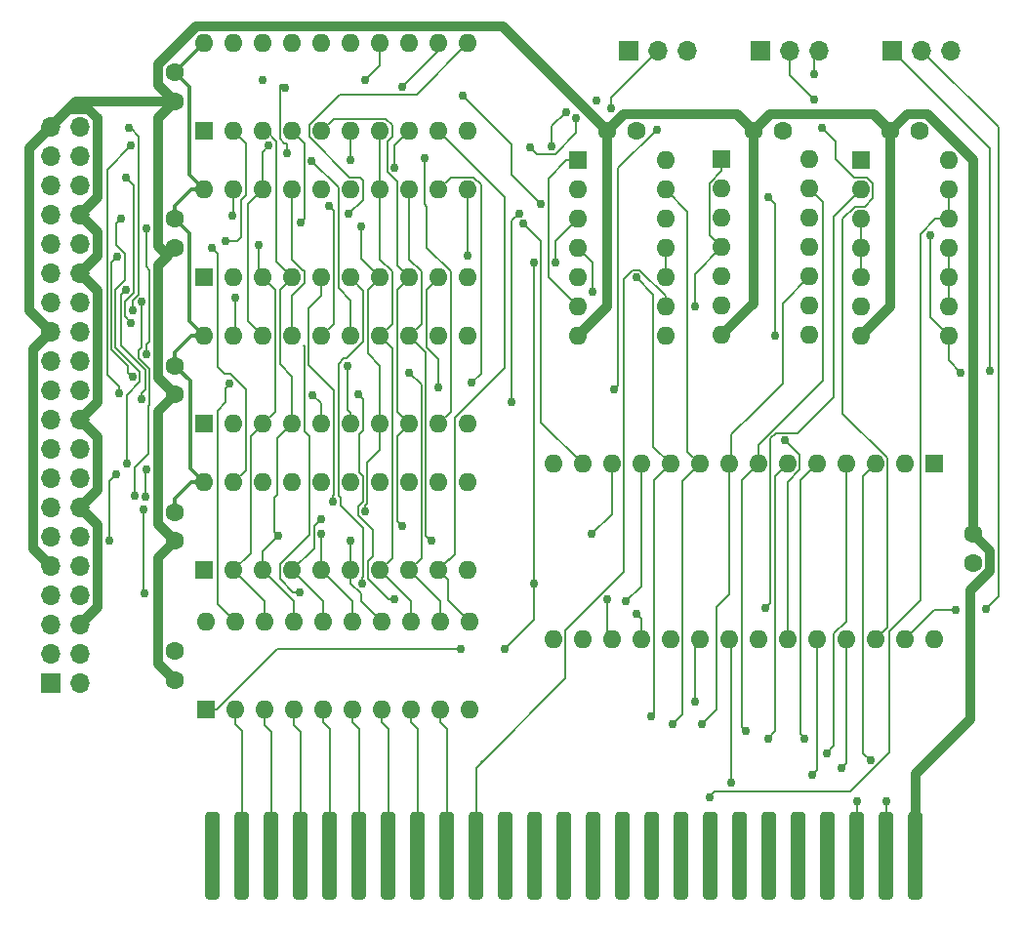
<source format=gbr>
G04 #@! TF.GenerationSoftware,KiCad,Pcbnew,(5.1.9-0-10_14)*
G04 #@! TF.CreationDate,2021-03-12T10:10:12-05:00*
G04 #@! TF.ProjectId,Apple2IORPi,4170706c-6532-4494-9f52-50692e6b6963,0.4*
G04 #@! TF.SameCoordinates,Original*
G04 #@! TF.FileFunction,Copper,L2,Bot*
G04 #@! TF.FilePolarity,Positive*
%FSLAX46Y46*%
G04 Gerber Fmt 4.6, Leading zero omitted, Abs format (unit mm)*
G04 Created by KiCad (PCBNEW (5.1.9-0-10_14)) date 2021-03-12 10:10:12*
%MOMM*%
%LPD*%
G01*
G04 APERTURE LIST*
G04 #@! TA.AperFunction,ComponentPad*
%ADD10O,1.600000X1.600000*%
G04 #@! TD*
G04 #@! TA.AperFunction,ComponentPad*
%ADD11R,1.600000X1.600000*%
G04 #@! TD*
G04 #@! TA.AperFunction,ComponentPad*
%ADD12C,1.600000*%
G04 #@! TD*
G04 #@! TA.AperFunction,ComponentPad*
%ADD13R,1.700000X1.700000*%
G04 #@! TD*
G04 #@! TA.AperFunction,ComponentPad*
%ADD14O,1.700000X1.700000*%
G04 #@! TD*
G04 #@! TA.AperFunction,ViaPad*
%ADD15C,0.762000*%
G04 #@! TD*
G04 #@! TA.AperFunction,Conductor*
%ADD16C,0.177800*%
G04 #@! TD*
G04 #@! TA.AperFunction,Conductor*
%ADD17C,0.812800*%
G04 #@! TD*
G04 #@! TA.AperFunction,Conductor*
%ADD18C,0.355600*%
G04 #@! TD*
G04 APERTURE END LIST*
D10*
X176326800Y-55168800D03*
X168706800Y-70408800D03*
X176326800Y-57708800D03*
X168706800Y-67868800D03*
X176326800Y-60248800D03*
X168706800Y-65328800D03*
X176326800Y-62788800D03*
X168706800Y-62788800D03*
X176326800Y-65328800D03*
X168706800Y-60248800D03*
X176326800Y-67868800D03*
X168706800Y-57708800D03*
X176326800Y-70408800D03*
D11*
X168706800Y-55168800D03*
X180771800Y-55245000D03*
D10*
X188391800Y-70485000D03*
X180771800Y-57785000D03*
X188391800Y-67945000D03*
X180771800Y-60325000D03*
X188391800Y-65405000D03*
X180771800Y-62865000D03*
X188391800Y-62865000D03*
X180771800Y-65405000D03*
X188391800Y-60325000D03*
X180771800Y-67945000D03*
X188391800Y-57785000D03*
X180771800Y-70485000D03*
X188391800Y-55245000D03*
X163830000Y-55245000D03*
X156210000Y-70485000D03*
X163830000Y-57785000D03*
X156210000Y-67945000D03*
X163830000Y-60325000D03*
X156210000Y-65405000D03*
X163830000Y-62865000D03*
X156210000Y-62865000D03*
X163830000Y-65405000D03*
X156210000Y-60325000D03*
X163830000Y-67945000D03*
X156210000Y-57785000D03*
X163830000Y-70485000D03*
D11*
X156210000Y-55245000D03*
D12*
X121285000Y-85765000D03*
X121285000Y-88265000D03*
X121285000Y-100330000D03*
X121285000Y-97830000D03*
X121285000Y-75565000D03*
X121285000Y-73065000D03*
X158790000Y-52705000D03*
X161290000Y-52705000D03*
X173990000Y-52705000D03*
X171490000Y-52705000D03*
X185851800Y-52705000D03*
X183351800Y-52705000D03*
X190500000Y-90170000D03*
X190500000Y-87670000D03*
D11*
X123825000Y-65405000D03*
D10*
X146685000Y-57785000D03*
X126365000Y-65405000D03*
X144145000Y-57785000D03*
X128905000Y-65405000D03*
X141605000Y-57785000D03*
X131445000Y-65405000D03*
X139065000Y-57785000D03*
X133985000Y-65405000D03*
X136525000Y-57785000D03*
X136525000Y-65405000D03*
X133985000Y-57785000D03*
X139065000Y-65405000D03*
X131445000Y-57785000D03*
X141605000Y-65405000D03*
X128905000Y-57785000D03*
X144145000Y-65405000D03*
X126365000Y-57785000D03*
X146685000Y-65405000D03*
X123825000Y-57785000D03*
D12*
X121285000Y-60325000D03*
X121285000Y-62825000D03*
D11*
X123825000Y-78105000D03*
D10*
X146685000Y-70485000D03*
X126365000Y-78105000D03*
X144145000Y-70485000D03*
X128905000Y-78105000D03*
X141605000Y-70485000D03*
X131445000Y-78105000D03*
X139065000Y-70485000D03*
X133985000Y-78105000D03*
X136525000Y-70485000D03*
X136525000Y-78105000D03*
X133985000Y-70485000D03*
X139065000Y-78105000D03*
X131445000Y-70485000D03*
X141605000Y-78105000D03*
X128905000Y-70485000D03*
X144145000Y-78105000D03*
X126365000Y-70485000D03*
X146685000Y-78105000D03*
X123825000Y-70485000D03*
D13*
X110490000Y-100584000D03*
D14*
X113030000Y-100584000D03*
X110490000Y-98044000D03*
X113030000Y-98044000D03*
X110490000Y-95504000D03*
X113030000Y-95504000D03*
X110490000Y-92964000D03*
X113030000Y-92964000D03*
X110490000Y-90424000D03*
X113030000Y-90424000D03*
X110490000Y-87884000D03*
X113030000Y-87884000D03*
X110490000Y-85344000D03*
X113030000Y-85344000D03*
X110490000Y-82804000D03*
X113030000Y-82804000D03*
X110490000Y-80264000D03*
X113030000Y-80264000D03*
X110490000Y-77724000D03*
X113030000Y-77724000D03*
X110490000Y-75184000D03*
X113030000Y-75184000D03*
X110490000Y-72644000D03*
X113030000Y-72644000D03*
X110490000Y-70104000D03*
X113030000Y-70104000D03*
X110490000Y-67564000D03*
X113030000Y-67564000D03*
X110490000Y-65024000D03*
X113030000Y-65024000D03*
X110490000Y-62484000D03*
X113030000Y-62484000D03*
X110490000Y-59944000D03*
X113030000Y-59944000D03*
X110490000Y-57404000D03*
X113030000Y-57404000D03*
X110490000Y-54864000D03*
X113030000Y-54864000D03*
X110490000Y-52324000D03*
X113030000Y-52324000D03*
D10*
X123825000Y-45085000D03*
X146685000Y-52705000D03*
X126365000Y-45085000D03*
X144145000Y-52705000D03*
X128905000Y-45085000D03*
X141605000Y-52705000D03*
X131445000Y-45085000D03*
X139065000Y-52705000D03*
X133985000Y-45085000D03*
X136525000Y-52705000D03*
X136525000Y-45085000D03*
X133985000Y-52705000D03*
X139065000Y-45085000D03*
X131445000Y-52705000D03*
X141605000Y-45085000D03*
X128905000Y-52705000D03*
X144145000Y-45085000D03*
X126365000Y-52705000D03*
X146685000Y-45085000D03*
D11*
X123825000Y-52705000D03*
X187101925Y-81586962D03*
D10*
X154081925Y-96826962D03*
X184561925Y-81586962D03*
X156621925Y-96826962D03*
X182021925Y-81586962D03*
X159161925Y-96826962D03*
X179481925Y-81586962D03*
X161701925Y-96826962D03*
X176941925Y-81586962D03*
X164241925Y-96826962D03*
X174401925Y-81586962D03*
X166781925Y-96826962D03*
X171861925Y-81586962D03*
X169321925Y-96826962D03*
X169321925Y-81586962D03*
X171861925Y-96826962D03*
X166781925Y-81586962D03*
X174401925Y-96826962D03*
X164241925Y-81586962D03*
X176941925Y-96826962D03*
X161701925Y-81586962D03*
X179481925Y-96826962D03*
X159161925Y-81586962D03*
X182021925Y-96826962D03*
X156621925Y-81586962D03*
X184561925Y-96826962D03*
X154081925Y-81586962D03*
X187101925Y-96826962D03*
G04 #@! TA.AperFunction,ConnectorPad*
G36*
G01*
X123900001Y-119062500D02*
X123900001Y-112077500D01*
G75*
G02*
X124217501Y-111760000I317500J0D01*
G01*
X124852501Y-111760000D01*
G75*
G02*
X125170001Y-112077500I0J-317500D01*
G01*
X125170001Y-119062500D01*
G75*
G02*
X124852501Y-119380000I-317500J0D01*
G01*
X124217501Y-119380000D01*
G75*
G02*
X123900001Y-119062500I0J317500D01*
G01*
G37*
G04 #@! TD.AperFunction*
G04 #@! TA.AperFunction,ConnectorPad*
G36*
G01*
X126440001Y-119062500D02*
X126440001Y-112077500D01*
G75*
G02*
X126757501Y-111760000I317500J0D01*
G01*
X127392501Y-111760000D01*
G75*
G02*
X127710001Y-112077500I0J-317500D01*
G01*
X127710001Y-119062500D01*
G75*
G02*
X127392501Y-119380000I-317500J0D01*
G01*
X126757501Y-119380000D01*
G75*
G02*
X126440001Y-119062500I0J317500D01*
G01*
G37*
G04 #@! TD.AperFunction*
G04 #@! TA.AperFunction,ConnectorPad*
G36*
G01*
X128980001Y-119062500D02*
X128980001Y-112077500D01*
G75*
G02*
X129297501Y-111760000I317500J0D01*
G01*
X129932501Y-111760000D01*
G75*
G02*
X130250001Y-112077500I0J-317500D01*
G01*
X130250001Y-119062500D01*
G75*
G02*
X129932501Y-119380000I-317500J0D01*
G01*
X129297501Y-119380000D01*
G75*
G02*
X128980001Y-119062500I0J317500D01*
G01*
G37*
G04 #@! TD.AperFunction*
G04 #@! TA.AperFunction,ConnectorPad*
G36*
G01*
X131520001Y-119062500D02*
X131520001Y-112077500D01*
G75*
G02*
X131837501Y-111760000I317500J0D01*
G01*
X132472501Y-111760000D01*
G75*
G02*
X132790001Y-112077500I0J-317500D01*
G01*
X132790001Y-119062500D01*
G75*
G02*
X132472501Y-119380000I-317500J0D01*
G01*
X131837501Y-119380000D01*
G75*
G02*
X131520001Y-119062500I0J317500D01*
G01*
G37*
G04 #@! TD.AperFunction*
G04 #@! TA.AperFunction,ConnectorPad*
G36*
G01*
X134060001Y-119062500D02*
X134060001Y-112077500D01*
G75*
G02*
X134377501Y-111760000I317500J0D01*
G01*
X135012501Y-111760000D01*
G75*
G02*
X135330001Y-112077500I0J-317500D01*
G01*
X135330001Y-119062500D01*
G75*
G02*
X135012501Y-119380000I-317500J0D01*
G01*
X134377501Y-119380000D01*
G75*
G02*
X134060001Y-119062500I0J317500D01*
G01*
G37*
G04 #@! TD.AperFunction*
G04 #@! TA.AperFunction,ConnectorPad*
G36*
G01*
X136600001Y-119062500D02*
X136600001Y-112077500D01*
G75*
G02*
X136917501Y-111760000I317500J0D01*
G01*
X137552501Y-111760000D01*
G75*
G02*
X137870001Y-112077500I0J-317500D01*
G01*
X137870001Y-119062500D01*
G75*
G02*
X137552501Y-119380000I-317500J0D01*
G01*
X136917501Y-119380000D01*
G75*
G02*
X136600001Y-119062500I0J317500D01*
G01*
G37*
G04 #@! TD.AperFunction*
G04 #@! TA.AperFunction,ConnectorPad*
G36*
G01*
X139140001Y-119062500D02*
X139140001Y-112077500D01*
G75*
G02*
X139457501Y-111760000I317500J0D01*
G01*
X140092501Y-111760000D01*
G75*
G02*
X140410001Y-112077500I0J-317500D01*
G01*
X140410001Y-119062500D01*
G75*
G02*
X140092501Y-119380000I-317500J0D01*
G01*
X139457501Y-119380000D01*
G75*
G02*
X139140001Y-119062500I0J317500D01*
G01*
G37*
G04 #@! TD.AperFunction*
G04 #@! TA.AperFunction,ConnectorPad*
G36*
G01*
X141680001Y-119062500D02*
X141680001Y-112077500D01*
G75*
G02*
X141997501Y-111760000I317500J0D01*
G01*
X142632501Y-111760000D01*
G75*
G02*
X142950001Y-112077500I0J-317500D01*
G01*
X142950001Y-119062500D01*
G75*
G02*
X142632501Y-119380000I-317500J0D01*
G01*
X141997501Y-119380000D01*
G75*
G02*
X141680001Y-119062500I0J317500D01*
G01*
G37*
G04 #@! TD.AperFunction*
G04 #@! TA.AperFunction,ConnectorPad*
G36*
G01*
X144220001Y-119062500D02*
X144220001Y-112077500D01*
G75*
G02*
X144537501Y-111760000I317500J0D01*
G01*
X145172501Y-111760000D01*
G75*
G02*
X145490001Y-112077500I0J-317500D01*
G01*
X145490001Y-119062500D01*
G75*
G02*
X145172501Y-119380000I-317500J0D01*
G01*
X144537501Y-119380000D01*
G75*
G02*
X144220001Y-119062500I0J317500D01*
G01*
G37*
G04 #@! TD.AperFunction*
G04 #@! TA.AperFunction,ConnectorPad*
G36*
G01*
X146760001Y-119062500D02*
X146760001Y-112077500D01*
G75*
G02*
X147077501Y-111760000I317500J0D01*
G01*
X147712501Y-111760000D01*
G75*
G02*
X148030001Y-112077500I0J-317500D01*
G01*
X148030001Y-119062500D01*
G75*
G02*
X147712501Y-119380000I-317500J0D01*
G01*
X147077501Y-119380000D01*
G75*
G02*
X146760001Y-119062500I0J317500D01*
G01*
G37*
G04 #@! TD.AperFunction*
G04 #@! TA.AperFunction,ConnectorPad*
G36*
G01*
X149300001Y-119062500D02*
X149300001Y-112077500D01*
G75*
G02*
X149617501Y-111760000I317500J0D01*
G01*
X150252501Y-111760000D01*
G75*
G02*
X150570001Y-112077500I0J-317500D01*
G01*
X150570001Y-119062500D01*
G75*
G02*
X150252501Y-119380000I-317500J0D01*
G01*
X149617501Y-119380000D01*
G75*
G02*
X149300001Y-119062500I0J317500D01*
G01*
G37*
G04 #@! TD.AperFunction*
G04 #@! TA.AperFunction,ConnectorPad*
G36*
G01*
X151840001Y-119062500D02*
X151840001Y-112077500D01*
G75*
G02*
X152157501Y-111760000I317500J0D01*
G01*
X152792501Y-111760000D01*
G75*
G02*
X153110001Y-112077500I0J-317500D01*
G01*
X153110001Y-119062500D01*
G75*
G02*
X152792501Y-119380000I-317500J0D01*
G01*
X152157501Y-119380000D01*
G75*
G02*
X151840001Y-119062500I0J317500D01*
G01*
G37*
G04 #@! TD.AperFunction*
G04 #@! TA.AperFunction,ConnectorPad*
G36*
G01*
X156920001Y-119062500D02*
X156920001Y-112077500D01*
G75*
G02*
X157237501Y-111760000I317500J0D01*
G01*
X157872501Y-111760000D01*
G75*
G02*
X158190001Y-112077500I0J-317500D01*
G01*
X158190001Y-119062500D01*
G75*
G02*
X157872501Y-119380000I-317500J0D01*
G01*
X157237501Y-119380000D01*
G75*
G02*
X156920001Y-119062500I0J317500D01*
G01*
G37*
G04 #@! TD.AperFunction*
G04 #@! TA.AperFunction,ConnectorPad*
G36*
G01*
X154380001Y-119062500D02*
X154380001Y-112077500D01*
G75*
G02*
X154697501Y-111760000I317500J0D01*
G01*
X155332501Y-111760000D01*
G75*
G02*
X155650001Y-112077500I0J-317500D01*
G01*
X155650001Y-119062500D01*
G75*
G02*
X155332501Y-119380000I-317500J0D01*
G01*
X154697501Y-119380000D01*
G75*
G02*
X154380001Y-119062500I0J317500D01*
G01*
G37*
G04 #@! TD.AperFunction*
G04 #@! TA.AperFunction,ConnectorPad*
G36*
G01*
X159460001Y-119062500D02*
X159460001Y-112077500D01*
G75*
G02*
X159777501Y-111760000I317500J0D01*
G01*
X160412501Y-111760000D01*
G75*
G02*
X160730001Y-112077500I0J-317500D01*
G01*
X160730001Y-119062500D01*
G75*
G02*
X160412501Y-119380000I-317500J0D01*
G01*
X159777501Y-119380000D01*
G75*
G02*
X159460001Y-119062500I0J317500D01*
G01*
G37*
G04 #@! TD.AperFunction*
G04 #@! TA.AperFunction,ConnectorPad*
G36*
G01*
X162000001Y-119062500D02*
X162000001Y-112077500D01*
G75*
G02*
X162317501Y-111760000I317500J0D01*
G01*
X162952501Y-111760000D01*
G75*
G02*
X163270001Y-112077500I0J-317500D01*
G01*
X163270001Y-119062500D01*
G75*
G02*
X162952501Y-119380000I-317500J0D01*
G01*
X162317501Y-119380000D01*
G75*
G02*
X162000001Y-119062500I0J317500D01*
G01*
G37*
G04 #@! TD.AperFunction*
G04 #@! TA.AperFunction,ConnectorPad*
G36*
G01*
X164540001Y-119062500D02*
X164540001Y-112077500D01*
G75*
G02*
X164857501Y-111760000I317500J0D01*
G01*
X165492501Y-111760000D01*
G75*
G02*
X165810001Y-112077500I0J-317500D01*
G01*
X165810001Y-119062500D01*
G75*
G02*
X165492501Y-119380000I-317500J0D01*
G01*
X164857501Y-119380000D01*
G75*
G02*
X164540001Y-119062500I0J317500D01*
G01*
G37*
G04 #@! TD.AperFunction*
G04 #@! TA.AperFunction,ConnectorPad*
G36*
G01*
X167080001Y-119062500D02*
X167080001Y-112077500D01*
G75*
G02*
X167397501Y-111760000I317500J0D01*
G01*
X168032501Y-111760000D01*
G75*
G02*
X168350001Y-112077500I0J-317500D01*
G01*
X168350001Y-119062500D01*
G75*
G02*
X168032501Y-119380000I-317500J0D01*
G01*
X167397501Y-119380000D01*
G75*
G02*
X167080001Y-119062500I0J317500D01*
G01*
G37*
G04 #@! TD.AperFunction*
G04 #@! TA.AperFunction,ConnectorPad*
G36*
G01*
X169620001Y-119062500D02*
X169620001Y-112077500D01*
G75*
G02*
X169937501Y-111760000I317500J0D01*
G01*
X170572501Y-111760000D01*
G75*
G02*
X170890001Y-112077500I0J-317500D01*
G01*
X170890001Y-119062500D01*
G75*
G02*
X170572501Y-119380000I-317500J0D01*
G01*
X169937501Y-119380000D01*
G75*
G02*
X169620001Y-119062500I0J317500D01*
G01*
G37*
G04 #@! TD.AperFunction*
G04 #@! TA.AperFunction,ConnectorPad*
G36*
G01*
X172160001Y-119062500D02*
X172160001Y-112077500D01*
G75*
G02*
X172477501Y-111760000I317500J0D01*
G01*
X173112501Y-111760000D01*
G75*
G02*
X173430001Y-112077500I0J-317500D01*
G01*
X173430001Y-119062500D01*
G75*
G02*
X173112501Y-119380000I-317500J0D01*
G01*
X172477501Y-119380000D01*
G75*
G02*
X172160001Y-119062500I0J317500D01*
G01*
G37*
G04 #@! TD.AperFunction*
G04 #@! TA.AperFunction,ConnectorPad*
G36*
G01*
X174700001Y-119062500D02*
X174700001Y-112077500D01*
G75*
G02*
X175017501Y-111760000I317500J0D01*
G01*
X175652501Y-111760000D01*
G75*
G02*
X175970001Y-112077500I0J-317500D01*
G01*
X175970001Y-119062500D01*
G75*
G02*
X175652501Y-119380000I-317500J0D01*
G01*
X175017501Y-119380000D01*
G75*
G02*
X174700001Y-119062500I0J317500D01*
G01*
G37*
G04 #@! TD.AperFunction*
G04 #@! TA.AperFunction,ConnectorPad*
G36*
G01*
X177240001Y-119062500D02*
X177240001Y-112077500D01*
G75*
G02*
X177557501Y-111760000I317500J0D01*
G01*
X178192501Y-111760000D01*
G75*
G02*
X178510001Y-112077500I0J-317500D01*
G01*
X178510001Y-119062500D01*
G75*
G02*
X178192501Y-119380000I-317500J0D01*
G01*
X177557501Y-119380000D01*
G75*
G02*
X177240001Y-119062500I0J317500D01*
G01*
G37*
G04 #@! TD.AperFunction*
G04 #@! TA.AperFunction,ConnectorPad*
G36*
G01*
X179780001Y-119062500D02*
X179780001Y-112077500D01*
G75*
G02*
X180097501Y-111760000I317500J0D01*
G01*
X180732501Y-111760000D01*
G75*
G02*
X181050001Y-112077500I0J-317500D01*
G01*
X181050001Y-119062500D01*
G75*
G02*
X180732501Y-119380000I-317500J0D01*
G01*
X180097501Y-119380000D01*
G75*
G02*
X179780001Y-119062500I0J317500D01*
G01*
G37*
G04 #@! TD.AperFunction*
G04 #@! TA.AperFunction,ConnectorPad*
G36*
G01*
X182320001Y-119062500D02*
X182320001Y-112077500D01*
G75*
G02*
X182637501Y-111760000I317500J0D01*
G01*
X183272501Y-111760000D01*
G75*
G02*
X183590001Y-112077500I0J-317500D01*
G01*
X183590001Y-119062500D01*
G75*
G02*
X183272501Y-119380000I-317500J0D01*
G01*
X182637501Y-119380000D01*
G75*
G02*
X182320001Y-119062500I0J317500D01*
G01*
G37*
G04 #@! TD.AperFunction*
G04 #@! TA.AperFunction,ConnectorPad*
G36*
G01*
X184860001Y-119062500D02*
X184860001Y-112077500D01*
G75*
G02*
X185177501Y-111760000I317500J0D01*
G01*
X185812501Y-111760000D01*
G75*
G02*
X186130001Y-112077500I0J-317500D01*
G01*
X186130001Y-119062500D01*
G75*
G02*
X185812501Y-119380000I-317500J0D01*
G01*
X185177501Y-119380000D01*
G75*
G02*
X184860001Y-119062500I0J317500D01*
G01*
G37*
G04 #@! TD.AperFunction*
D11*
X123952000Y-102870000D03*
D10*
X146812000Y-95250000D03*
X126492000Y-102870000D03*
X144272000Y-95250000D03*
X129032000Y-102870000D03*
X141732000Y-95250000D03*
X131572000Y-102870000D03*
X139192000Y-95250000D03*
X134112000Y-102870000D03*
X136652000Y-95250000D03*
X136652000Y-102870000D03*
X134112000Y-95250000D03*
X139192000Y-102870000D03*
X131572000Y-95250000D03*
X141732000Y-102870000D03*
X129032000Y-95250000D03*
X144272000Y-102870000D03*
X126492000Y-95250000D03*
X146812000Y-102870000D03*
X123952000Y-95250000D03*
X123825000Y-83185000D03*
X146685000Y-90805000D03*
X126365000Y-83185000D03*
X144145000Y-90805000D03*
X128905000Y-83185000D03*
X141605000Y-90805000D03*
X131445000Y-83185000D03*
X139065000Y-90805000D03*
X133985000Y-83185000D03*
X136525000Y-90805000D03*
X136525000Y-83185000D03*
X133985000Y-90805000D03*
X139065000Y-83185000D03*
X131445000Y-90805000D03*
X141605000Y-83185000D03*
X128905000Y-90805000D03*
X144145000Y-83185000D03*
X126365000Y-90805000D03*
X146685000Y-83185000D03*
D11*
X123825000Y-90805000D03*
D12*
X121285000Y-50125000D03*
X121285000Y-47625000D03*
D13*
X160655000Y-45720000D03*
D14*
X163195000Y-45720000D03*
X165735000Y-45720000D03*
X177165000Y-45720000D03*
X174625000Y-45720000D03*
D13*
X172085000Y-45720000D03*
X183515000Y-45720000D03*
D14*
X186055000Y-45720000D03*
X188595000Y-45720000D03*
D15*
X140970000Y-86995000D03*
X133985000Y-87630000D03*
X136525000Y-55245000D03*
X143510000Y-88265000D03*
X136525000Y-88265000D03*
X181610000Y-107315000D03*
X158750000Y-93345000D03*
X177800000Y-106654599D03*
X161290000Y-94602300D03*
X141605000Y-73660000D03*
X140335000Y-55892700D03*
X175895000Y-105410000D03*
X129438400Y-53988593D03*
X172720000Y-105397300D03*
X166370000Y-102235000D03*
X172466000Y-94107000D03*
X170815000Y-104749600D03*
X169557700Y-109220000D03*
X167005000Y-104140000D03*
X164465000Y-104140000D03*
X162560000Y-103505000D03*
X161290000Y-65405000D03*
X176530000Y-108585000D03*
X160401000Y-93497400D03*
X125649727Y-62204599D03*
X128524000Y-62547500D03*
X179070000Y-107950000D03*
X157454600Y-87680800D03*
X130276600Y-87833200D03*
X137795000Y-85725000D03*
X133985000Y-86360000D03*
X132156200Y-60629800D03*
X151485600Y-60706000D03*
X137414000Y-60947300D03*
X167640000Y-110490000D03*
X180415001Y-110871000D03*
X182955001Y-110871000D03*
X118592600Y-85547200D03*
X118618000Y-92837000D03*
X140335000Y-93345000D03*
X144145000Y-74930000D03*
X137160000Y-75565000D03*
X137509508Y-92004891D03*
X116205000Y-82448400D03*
X115581801Y-88265000D03*
X134975600Y-84886800D03*
X118719600Y-84429600D03*
X118783199Y-82016600D03*
X117779800Y-84378800D03*
X118427500Y-67487800D03*
X117132100Y-81584800D03*
X136372600Y-59867800D03*
X116611400Y-60299600D03*
X131025999Y-54636293D03*
X117475000Y-53975000D03*
X116408200Y-75412600D03*
X130810000Y-48920400D03*
X140970000Y-48895000D03*
X137795000Y-48272700D03*
X128905000Y-48272700D03*
X118351300Y-75980431D03*
X117017800Y-66497200D03*
X117602000Y-74015600D03*
X116281200Y-63600701D03*
X126517400Y-67157600D03*
X133248400Y-75603199D03*
X118783199Y-72059800D03*
X118783199Y-61163200D03*
X117500400Y-69316600D03*
X117043200Y-56718200D03*
X136271000Y-73088500D03*
X134645400Y-59207400D03*
X142925800Y-55067200D03*
X133159401Y-55269910D03*
X117602000Y-68224400D03*
X117271800Y-52451000D03*
X157480000Y-66675000D03*
X146050000Y-97601573D03*
X149860000Y-97601573D03*
X152400000Y-64135000D03*
X152400000Y-91948000D03*
X126034006Y-74625994D03*
X166370000Y-67945000D03*
X154330401Y-64135000D03*
X124460000Y-62865000D03*
X150495000Y-76200000D03*
X151136567Y-59833416D03*
X174218600Y-79552800D03*
X147015200Y-74549000D03*
X132080000Y-92710000D03*
X146685000Y-63500000D03*
X153035000Y-59055000D03*
X146227800Y-49631600D03*
X172720000Y-58420000D03*
X173355000Y-70485000D03*
X159359600Y-75133200D03*
X163068000Y-52552600D03*
X159131000Y-50736500D03*
X157835600Y-50088800D03*
X176707800Y-47777400D03*
X156108400Y-51562000D03*
X152095200Y-54102000D03*
X177393600Y-52451000D03*
X176707800Y-49936400D03*
X186798209Y-61703209D03*
X191998600Y-73533000D03*
X189458600Y-73660000D03*
X191668400Y-94132400D03*
X189001400Y-94208600D03*
X126288800Y-60045600D03*
X153974800Y-54051200D03*
X155219400Y-51028600D03*
D16*
X136652000Y-93472000D02*
X133985000Y-90805000D01*
X136652000Y-95250000D02*
X136652000Y-93472000D01*
X140538299Y-77038299D02*
X141605000Y-78105000D01*
X140538299Y-66471701D02*
X140538299Y-77038299D01*
X141605000Y-65405000D02*
X140538299Y-66471701D01*
X139687299Y-54622701D02*
X139700000Y-54610000D01*
X139687299Y-56203597D02*
X139687299Y-54622701D01*
X140538299Y-57054597D02*
X139687299Y-56203597D01*
X141605000Y-65405000D02*
X140538299Y-64338299D01*
X140538299Y-64338299D02*
X140538299Y-57054597D01*
X139577017Y-51638299D02*
X135051701Y-51638299D01*
X140131701Y-52192983D02*
X139577017Y-51638299D01*
X140131701Y-53217017D02*
X140131701Y-52192983D01*
X135051701Y-51638299D02*
X133985000Y-52705000D01*
X139700000Y-53648718D02*
X140131701Y-53217017D01*
X139700000Y-54610000D02*
X139700000Y-53648718D01*
X140538299Y-86563299D02*
X140970000Y-86995000D01*
X141605000Y-78105000D02*
X140538299Y-79171701D01*
X140538299Y-79171701D02*
X140538299Y-86563299D01*
X133985000Y-87630000D02*
X133985000Y-90805000D01*
X136525000Y-55245000D02*
X136525000Y-52705000D01*
X142671701Y-69418299D02*
X141605000Y-70485000D01*
X142671701Y-64892983D02*
X142671701Y-69418299D01*
X141605000Y-63826282D02*
X142671701Y-64892983D01*
X141605000Y-57785000D02*
X141605000Y-63826282D01*
X143027311Y-71907311D02*
X143027311Y-87782311D01*
X141605000Y-70485000D02*
X143027311Y-71907311D01*
X143027311Y-87782311D02*
X143510000Y-88265000D01*
X136525000Y-88265000D02*
X136525000Y-90805000D01*
X136525000Y-91936370D02*
X137414000Y-92825370D01*
X136525000Y-90805000D02*
X136525000Y-91936370D01*
X137414000Y-93472000D02*
X139192000Y-95250000D01*
X137414000Y-92825370D02*
X137414000Y-93472000D01*
X180955224Y-82653663D02*
X182021925Y-81586962D01*
X180955224Y-106660224D02*
X180955224Y-82653663D01*
X181610000Y-107315000D02*
X180955224Y-106660224D01*
X141732000Y-93472000D02*
X139065000Y-90805000D01*
X141732000Y-95250000D02*
X141732000Y-93472000D01*
X158750000Y-96415037D02*
X159161925Y-96826962D01*
X158750000Y-93345000D02*
X158750000Y-96415037D01*
X140131701Y-71551701D02*
X139065000Y-70485000D01*
X140131701Y-89738299D02*
X140131701Y-71551701D01*
X139065000Y-90805000D02*
X140131701Y-89738299D01*
X139065000Y-52705000D02*
X139065000Y-57785000D01*
X140131701Y-69418299D02*
X139065000Y-70485000D01*
X140131701Y-64892983D02*
X140131701Y-69418299D01*
X139065000Y-63826282D02*
X140131701Y-64892983D01*
X139065000Y-57785000D02*
X139065000Y-63826282D01*
X178415224Y-106039375D02*
X177800000Y-106654599D01*
X178415224Y-96314945D02*
X178415224Y-106039375D01*
X179481925Y-81586962D02*
X179481925Y-95248244D01*
X179481925Y-95248244D02*
X178415224Y-96314945D01*
X144272000Y-93472000D02*
X141605000Y-90805000D01*
X144272000Y-95250000D02*
X144272000Y-93472000D01*
X161701925Y-95014225D02*
X161701925Y-96826962D01*
X161290000Y-94602300D02*
X161701925Y-95014225D01*
X142671701Y-74726701D02*
X141605000Y-73660000D01*
X141605000Y-90805000D02*
X142671701Y-89738299D01*
X142671701Y-89738299D02*
X142671701Y-74726701D01*
X141605000Y-52705000D02*
X140335000Y-53975000D01*
X140335000Y-53975000D02*
X140335000Y-55892700D01*
X131445000Y-63826282D02*
X131445000Y-57785000D01*
X132388718Y-64770000D02*
X131445000Y-63826282D01*
X132511701Y-64770000D02*
X132388718Y-64770000D01*
X132511701Y-65917017D02*
X132511701Y-64770000D01*
X131445000Y-66983718D02*
X132511701Y-65917017D01*
X131445000Y-70485000D02*
X131445000Y-66983718D01*
X175514001Y-83014886D02*
X176941925Y-81586962D01*
X175514001Y-105029001D02*
X175514001Y-83014886D01*
X175895000Y-105410000D02*
X175514001Y-105029001D01*
X144944999Y-93382999D02*
X146812000Y-95250000D01*
X144145000Y-90805000D02*
X144944999Y-91604999D01*
X144944999Y-91604999D02*
X144944999Y-93382999D01*
X127635000Y-69215000D02*
X128905000Y-70485000D01*
X127635000Y-59055000D02*
X127635000Y-69215000D01*
X128905000Y-57785000D02*
X127635000Y-59055000D01*
X128905000Y-57785000D02*
X128905000Y-54521993D01*
X128905000Y-54521993D02*
X129438400Y-53988593D01*
X145150595Y-89799405D02*
X144145000Y-90805000D01*
X145542099Y-89407901D02*
X144145000Y-90805000D01*
X145542099Y-77597000D02*
X145542099Y-89407901D01*
X149872701Y-73266398D02*
X145542099Y-77597000D01*
X149872701Y-58432701D02*
X149872701Y-73266398D01*
X144145000Y-52705000D02*
X149872701Y-58432701D01*
X173335224Y-104782076D02*
X172720000Y-105397300D01*
X174401925Y-81586962D02*
X173335224Y-82653663D01*
X173335224Y-82653663D02*
X173335224Y-104782076D01*
X166370000Y-97238887D02*
X166781925Y-96826962D01*
X166370000Y-102235000D02*
X166370000Y-97238887D01*
X178415224Y-60141576D02*
X180771800Y-57785000D01*
X178415224Y-75776282D02*
X178415224Y-60141576D01*
X175286407Y-78905099D02*
X178415224Y-75776282D01*
X173393101Y-78905099D02*
X175286407Y-78905099D01*
X172928626Y-79369574D02*
X173393101Y-78905099D01*
X172928626Y-93644374D02*
X172928626Y-79369574D01*
X172466000Y-94107000D02*
X172928626Y-93644374D01*
X172085000Y-81363887D02*
X171861925Y-81586962D01*
X170434001Y-83014886D02*
X171861925Y-81586962D01*
X170434001Y-104368601D02*
X170434001Y-83014886D01*
X170815000Y-104749600D02*
X170434001Y-104368601D01*
X171861925Y-79933367D02*
X171861925Y-81586962D01*
X177469701Y-74325591D02*
X171861925Y-79933367D01*
X177469701Y-58851701D02*
X177469701Y-74325591D01*
X176326800Y-57708800D02*
X177469701Y-58851701D01*
X169557700Y-97062737D02*
X169321925Y-96826962D01*
X169557700Y-109220000D02*
X169557700Y-97062737D01*
X169545000Y-81363887D02*
X169321925Y-81586962D01*
X169321925Y-81586962D02*
X169321925Y-92933075D01*
X169321925Y-92933075D02*
X168255224Y-93999776D01*
X167005000Y-104140000D02*
X168275000Y-102870000D01*
X168255224Y-102850224D02*
X168255224Y-93999776D01*
X168275000Y-102870000D02*
X168255224Y-102850224D01*
X169545000Y-79051402D02*
X169545000Y-81363887D01*
X174002701Y-74593701D02*
X171627800Y-76968602D01*
X174002701Y-67652899D02*
X174002701Y-74593701D01*
X176326800Y-65328800D02*
X174002701Y-67652899D01*
X169545000Y-79051402D02*
X171627800Y-76968602D01*
X171627800Y-76968602D02*
X171774103Y-76822299D01*
X165308626Y-83060261D02*
X166781925Y-81586962D01*
X165308626Y-103296374D02*
X165308626Y-83060261D01*
X164465000Y-104140000D02*
X165308626Y-103296374D01*
X165722299Y-59677299D02*
X163830000Y-57785000D01*
X165722299Y-80527336D02*
X165722299Y-59677299D01*
X166781925Y-81586962D02*
X165722299Y-80527336D01*
X162814001Y-83014886D02*
X164241925Y-81586962D01*
X162814001Y-103250999D02*
X162560000Y-103505000D01*
X162814001Y-83014886D02*
X162814001Y-103250999D01*
X162763299Y-80108336D02*
X162763299Y-66878299D01*
X164241925Y-81586962D02*
X162763299Y-80108336D01*
X162763299Y-66878299D02*
X161290000Y-65405000D01*
X176941925Y-108173075D02*
X176941925Y-96826962D01*
X176530000Y-108585000D02*
X176941925Y-108173075D01*
X127838299Y-79171701D02*
X128905000Y-78105000D01*
X127838299Y-89331701D02*
X127838299Y-79171701D01*
X126365000Y-90805000D02*
X127838299Y-89331701D01*
X129971701Y-66471701D02*
X128905000Y-65405000D01*
X129971701Y-77038299D02*
X129971701Y-66471701D01*
X128905000Y-78105000D02*
X129971701Y-77038299D01*
X127164999Y-53504999D02*
X126365000Y-52705000D01*
X161701925Y-81586962D02*
X161701925Y-92196475D01*
X161701925Y-92196475D02*
X160401000Y-93497400D01*
X125687829Y-62242701D02*
X125649727Y-62204599D01*
X127431701Y-53771701D02*
X127431701Y-58297017D01*
X126365000Y-52705000D02*
X127431701Y-53771701D01*
X127431701Y-58297017D02*
X127012701Y-58716017D01*
X127012701Y-58716017D02*
X127012701Y-61905897D01*
X127012701Y-61905897D02*
X126675897Y-62242701D01*
X126675897Y-62242701D02*
X125687829Y-62242701D01*
X128524000Y-65024000D02*
X128905000Y-65405000D01*
X128524000Y-62547500D02*
X128524000Y-65024000D01*
X129032000Y-93472000D02*
X126365000Y-90805000D01*
X129032000Y-95250000D02*
X129032000Y-93472000D01*
X179481925Y-107538075D02*
X179481925Y-96826962D01*
X179070000Y-107950000D02*
X179481925Y-107538075D01*
X131572000Y-93472000D02*
X128905000Y-90805000D01*
X131572000Y-95250000D02*
X131572000Y-93472000D01*
X130276600Y-79273400D02*
X131445000Y-78105000D01*
X131445000Y-78105000D02*
X131445000Y-73983598D01*
X130378299Y-72916897D02*
X131445000Y-73983598D01*
X130378299Y-66471701D02*
X130378299Y-72916897D01*
X131445000Y-65405000D02*
X130378299Y-66471701D01*
X159161925Y-81586962D02*
X159161925Y-85973475D01*
X159161925Y-85973475D02*
X157454600Y-87680800D01*
X128905000Y-89204800D02*
X128905000Y-90805000D01*
X130276600Y-87833200D02*
X128905000Y-89204800D01*
X129895601Y-87452201D02*
X129895601Y-84505799D01*
X130276600Y-87833200D02*
X129895601Y-87452201D01*
X130124200Y-79425800D02*
X130276600Y-79273400D01*
X130124200Y-84277200D02*
X130124200Y-79425800D01*
X129895601Y-84505799D02*
X130124200Y-84277200D01*
X130175000Y-79375000D02*
X130276600Y-79273400D01*
X131445000Y-65405000D02*
X130086101Y-64046101D01*
X129214892Y-52705000D02*
X128905000Y-52705000D01*
X130086101Y-53576209D02*
X129214892Y-52705000D01*
X130086101Y-54508400D02*
X130086101Y-53576209D01*
X130086101Y-54508400D02*
X130086101Y-54394099D01*
X130086101Y-64046101D02*
X130086101Y-54508400D01*
X134112000Y-93472000D02*
X131445000Y-90805000D01*
X134112000Y-95250000D02*
X134112000Y-93472000D01*
X132244999Y-53504999D02*
X131445000Y-52705000D01*
X133337299Y-88912701D02*
X131445000Y-90805000D01*
X133337299Y-87007701D02*
X133337299Y-88912701D01*
X133985000Y-86360000D02*
X133337299Y-87007701D01*
X139065000Y-80391000D02*
X139065000Y-78105000D01*
X137972800Y-81483200D02*
X139065000Y-80391000D01*
X137972800Y-84988400D02*
X137972800Y-81483200D01*
X137795000Y-85725000D02*
X137795000Y-85166200D01*
X137795000Y-85166200D02*
X137972800Y-84988400D01*
X139065000Y-73075800D02*
X139065000Y-78105000D01*
X137998299Y-72009099D02*
X139065000Y-73075800D01*
X139065000Y-65405000D02*
X137998299Y-66471701D01*
X137998299Y-66471701D02*
X137998299Y-72009099D01*
X132511701Y-60274299D02*
X132156200Y-60629800D01*
X131445000Y-52705000D02*
X132511701Y-53771701D01*
X132511701Y-53771701D02*
X132511701Y-60274299D01*
X153047701Y-78012738D02*
X156621925Y-81586962D01*
X153047701Y-62268101D02*
X153047701Y-78012738D01*
X151485600Y-60706000D02*
X153047701Y-62268101D01*
X137414000Y-63754000D02*
X137414000Y-60947300D01*
X139065000Y-65405000D02*
X137414000Y-63754000D01*
X188391800Y-57785000D02*
X188391800Y-60325000D01*
X187260430Y-60325000D02*
X185959024Y-61626406D01*
X188391800Y-60325000D02*
X187260430Y-60325000D01*
X168122600Y-110007400D02*
X179876198Y-110007400D01*
X168122600Y-110007400D02*
X167640000Y-110490000D01*
X185959024Y-93392771D02*
X185959024Y-61626406D01*
X183232299Y-96119496D02*
X185959024Y-93392771D01*
X183232299Y-106651299D02*
X183232299Y-96119496D01*
X179876198Y-110007400D02*
X183232299Y-106651299D01*
X180415001Y-115570000D02*
X180415001Y-110871000D01*
X182955001Y-110871000D02*
X182955001Y-115570000D01*
X142315001Y-104584371D02*
X142315001Y-115570000D01*
X141732000Y-102870000D02*
X141732000Y-104001370D01*
X141732000Y-104001370D02*
X142315001Y-104584371D01*
X139775001Y-104584371D02*
X139775001Y-115570000D01*
X139192000Y-102870000D02*
X139192000Y-104001370D01*
X139192000Y-104001370D02*
X139775001Y-104584371D01*
X137235001Y-104584371D02*
X137235001Y-115570000D01*
X136652000Y-102870000D02*
X136652000Y-104001370D01*
X136652000Y-104001370D02*
X137235001Y-104584371D01*
X134695001Y-104584371D02*
X134695001Y-115570000D01*
X134112000Y-102870000D02*
X134112000Y-104001370D01*
X134112000Y-104001370D02*
X134695001Y-104584371D01*
X131572000Y-102870000D02*
X131572000Y-104267000D01*
X132155001Y-104850001D02*
X132155001Y-115570000D01*
X131572000Y-104267000D02*
X132155001Y-104850001D01*
X129032000Y-102870000D02*
X129032000Y-104267000D01*
X129615001Y-104850001D02*
X129615001Y-115570000D01*
X129032000Y-104267000D02*
X129615001Y-104850001D01*
X127075001Y-104775000D02*
X127075001Y-115570000D01*
X126492000Y-104191999D02*
X127075001Y-104775000D01*
X126492000Y-102870000D02*
X126492000Y-104191999D01*
X118592600Y-85547200D02*
X118592600Y-92811600D01*
X118592600Y-92811600D02*
X118618000Y-92837000D01*
X143078299Y-71455391D02*
X144145000Y-72522092D01*
X144145000Y-65405000D02*
X143078299Y-66471701D01*
X143078299Y-66471701D02*
X143078299Y-71455391D01*
X144145000Y-72522092D02*
X144145000Y-74930000D01*
X138442701Y-89573198D02*
X137998299Y-90017600D01*
X138442701Y-87331299D02*
X138442701Y-89573198D01*
X137147299Y-86035897D02*
X138442701Y-87331299D01*
X137998299Y-91547114D02*
X139796185Y-93345000D01*
X137147299Y-85310993D02*
X137147299Y-86035897D01*
X137160000Y-75565000D02*
X137591701Y-75996701D01*
X139796185Y-93345000D02*
X140335000Y-93345000D01*
X137591701Y-75996701D02*
X137591701Y-78689299D01*
X137591701Y-78689299D02*
X137236200Y-79044800D01*
X137236200Y-79044800D02*
X137236200Y-82317482D01*
X137591701Y-84866591D02*
X137147299Y-85310993D01*
X137236200Y-82317482D02*
X137591701Y-82672983D01*
X137998299Y-90017600D02*
X137998299Y-91547114D01*
X137591701Y-82672983D02*
X137591701Y-84866591D01*
X137509508Y-91466076D02*
X137509508Y-92004891D01*
X137591701Y-91383883D02*
X137509508Y-91466076D01*
X137591701Y-87121901D02*
X137591701Y-91383883D01*
X135623301Y-85153501D02*
X137591701Y-87121901D01*
X136525000Y-65405000D02*
X137642600Y-66522600D01*
X135458299Y-84328099D02*
X135623301Y-84493101D01*
X135623301Y-84493101D02*
X135623301Y-85153501D01*
X135458299Y-76308103D02*
X135458299Y-77089000D01*
X135458299Y-77089000D02*
X135458299Y-84328099D01*
X136147919Y-72440799D02*
X135890001Y-72440799D01*
X137642600Y-70946118D02*
X136147919Y-72440799D01*
X137642600Y-66522600D02*
X137642600Y-70946118D01*
X135458299Y-72872501D02*
X135458299Y-75412600D01*
X135890001Y-72440799D02*
X135458299Y-72872501D01*
X135458299Y-75087690D02*
X135458299Y-75412600D01*
X135458299Y-75412600D02*
X135458299Y-77089000D01*
X116205000Y-82448400D02*
X115581801Y-83071599D01*
X115581801Y-83071599D02*
X115581801Y-88265000D01*
X134975600Y-84347985D02*
X134975600Y-84886800D01*
X133985000Y-65405000D02*
X133985000Y-66954400D01*
X132867311Y-68072089D02*
X132867311Y-72999610D01*
X133985000Y-66954400D02*
X132867311Y-68072089D01*
X132867311Y-72999610D02*
X135051701Y-75184000D01*
X135051701Y-75184000D02*
X135051701Y-84271884D01*
X135051701Y-84271884D02*
X134975600Y-84347985D01*
X118719600Y-84429600D02*
X118719600Y-82080199D01*
X118719600Y-82080199D02*
X118783199Y-82016600D01*
X117779800Y-81895698D02*
X117779800Y-84378800D01*
X118999000Y-80676498D02*
X117779800Y-81895698D01*
X119075289Y-76479311D02*
X118999000Y-76555600D01*
X119075289Y-73310488D02*
X119075289Y-76479311D01*
X118135498Y-71748903D02*
X118135498Y-72370697D01*
X118427500Y-71456901D02*
X118135498Y-71748903D01*
X118427500Y-67487800D02*
X118427500Y-68605400D01*
X118427500Y-68605400D02*
X118427500Y-71456901D01*
X118427500Y-68605400D02*
X118427500Y-69348098D01*
X118135498Y-72370697D02*
X119075289Y-73310488D01*
X118999000Y-76555600D02*
X118999000Y-80676498D01*
X117132100Y-81584800D02*
X117132100Y-75596498D01*
X136419581Y-56718299D02*
X137337899Y-56718299D01*
X132918299Y-53217017D02*
X136419581Y-56718299D01*
X137591701Y-58648699D02*
X136372600Y-59867800D01*
X137337899Y-56718299D02*
X137591701Y-56972101D01*
X137591701Y-56972101D02*
X137591701Y-58648699D01*
X116230401Y-60680599D02*
X116230401Y-62611001D01*
X116611400Y-60299600D02*
X116230401Y-60680599D01*
X116928901Y-65620899D02*
X116103420Y-66446380D01*
X116230401Y-62611001D02*
X116928901Y-63309501D01*
X116928901Y-63309501D02*
X116928901Y-65620899D01*
X118249701Y-74478897D02*
X118249701Y-74142600D01*
X117132100Y-75596498D02*
X118249701Y-74478897D01*
X117957609Y-73329486D02*
X117627723Y-72999600D01*
X118249701Y-74142600D02*
X118249701Y-73704703D01*
X116103420Y-66446380D02*
X116103420Y-69240400D01*
X116103420Y-69240400D02*
X116103420Y-70535800D01*
X118249701Y-73621578D02*
X118249701Y-74142600D01*
X116103420Y-71475297D02*
X118249701Y-73621578D01*
X116103420Y-69240400D02*
X116103420Y-71475297D01*
X142227299Y-49542701D02*
X146685000Y-45085000D01*
X135568581Y-49542701D02*
X142227299Y-49542701D01*
X132918299Y-52192983D02*
X135568581Y-49542701D01*
X132918299Y-53217017D02*
X132918299Y-52192983D01*
X131025999Y-53835399D02*
X131025999Y-54636293D01*
X130962301Y-53771701D02*
X131025999Y-53835399D01*
X130784501Y-53771701D02*
X130962301Y-53771701D01*
X130378299Y-53365499D02*
X130784501Y-53771701D01*
X130378299Y-48691701D02*
X130378299Y-53365499D01*
X117475000Y-53975000D02*
X115392200Y-56057800D01*
X115392200Y-73857785D02*
X115392200Y-70916800D01*
X116408200Y-74873785D02*
X115392200Y-73857785D01*
X116408200Y-75412600D02*
X116408200Y-74873785D01*
X115392200Y-56057800D02*
X115392200Y-70916800D01*
X115392200Y-70916800D02*
X115392200Y-71577200D01*
X130581301Y-48691701D02*
X130810000Y-48920400D01*
X130378299Y-48691701D02*
X130581301Y-48691701D01*
X144145000Y-45720000D02*
X144145000Y-45085000D01*
X140970000Y-48895000D02*
X144145000Y-45720000D01*
X139065000Y-45085000D02*
X139065000Y-47002700D01*
X139065000Y-47002700D02*
X137795000Y-48272700D01*
X118351300Y-75441616D02*
X118351300Y-75980431D01*
X118719679Y-75073237D02*
X118351300Y-75441616D01*
X118719679Y-73457786D02*
X118719679Y-75073237D01*
X116598690Y-71336797D02*
X118719679Y-73457786D01*
X116598690Y-66916310D02*
X116598690Y-71336797D01*
X117017800Y-66497200D02*
X116598690Y-66916310D01*
X115747810Y-64134091D02*
X116281200Y-63600701D01*
X115747810Y-71622595D02*
X115747810Y-64134091D01*
X117221001Y-73095786D02*
X115747810Y-71622595D01*
X117221001Y-73634601D02*
X117221001Y-73095786D01*
X117602000Y-74015600D02*
X117221001Y-73634601D01*
X126517400Y-70332600D02*
X126365000Y-70485000D01*
X126517400Y-67157600D02*
X126517400Y-70332600D01*
X133985000Y-78105000D02*
X133985000Y-76339799D01*
X133985000Y-76339799D02*
X133248400Y-75603199D01*
X118783199Y-71221600D02*
X118783199Y-72059800D01*
X119075200Y-70929599D02*
X118783199Y-71221600D01*
X119075200Y-64744600D02*
X119075200Y-70929599D01*
X118783199Y-64452599D02*
X119075200Y-64744600D01*
X118783199Y-61163200D02*
X118783199Y-64452599D01*
X117754400Y-57429400D02*
X117043200Y-56718200D01*
X117754400Y-66719198D02*
X117754400Y-57429400D01*
X116954299Y-67519299D02*
X117754400Y-66719198D01*
X116954299Y-68770499D02*
X116954299Y-67519299D01*
X117500400Y-69316600D02*
X116954299Y-68770499D01*
X136271000Y-76911200D02*
X136525000Y-77165200D01*
X136271000Y-73088500D02*
X136271000Y-76911200D01*
X136525000Y-78105000D02*
X136525000Y-77165200D01*
X135051701Y-59613701D02*
X134645400Y-59207400D01*
X135051701Y-69418299D02*
X135051701Y-59613701D01*
X133985000Y-70485000D02*
X135051701Y-69418299D01*
X145211701Y-77038299D02*
X144145000Y-78105000D01*
X145211701Y-64892983D02*
X145211701Y-77038299D01*
X143154400Y-62835682D02*
X145211701Y-64892983D01*
X143154400Y-59258200D02*
X143154400Y-62835682D01*
X142925800Y-59029600D02*
X142925800Y-55067200D01*
X143154400Y-59258200D02*
X142925800Y-59029600D01*
X133159401Y-55269910D02*
X133096000Y-55372000D01*
X136525000Y-67411600D02*
X136525000Y-70485000D01*
X135458299Y-66344899D02*
X136525000Y-67411600D01*
X135458299Y-57568808D02*
X135458299Y-66344899D01*
X133159401Y-55269910D02*
X135458299Y-57568808D01*
X117424200Y-52451000D02*
X117271800Y-52451000D01*
X117602000Y-68224400D02*
X117602000Y-67374506D01*
X117602000Y-67374506D02*
X118110009Y-66866497D01*
X118110009Y-66866497D02*
X118110010Y-66497190D01*
X118110010Y-66497190D02*
X118122701Y-66484499D01*
X118122701Y-66484499D02*
X118122701Y-53149501D01*
X118122701Y-53149501D02*
X117424200Y-52451000D01*
X188391800Y-67945000D02*
X188391800Y-65405000D01*
X188391800Y-65405000D02*
X188391800Y-62865000D01*
X157480000Y-64135000D02*
X156210000Y-62865000D01*
X157480000Y-66675000D02*
X157480000Y-64135000D01*
X130198227Y-97601573D02*
X146050000Y-97601573D01*
X123952000Y-102870000D02*
X124929800Y-102870000D01*
X124929800Y-102870000D02*
X130198227Y-97601573D01*
X149860000Y-97601573D02*
X152400000Y-95061573D01*
X152400000Y-91948000D02*
X152400000Y-64135000D01*
X152400000Y-95061573D02*
X152400000Y-91948000D01*
X144855001Y-104584371D02*
X144855001Y-115570000D01*
X144272000Y-102870000D02*
X144272000Y-104001370D01*
X144272000Y-104001370D02*
X144855001Y-104584371D01*
X124967901Y-93725901D02*
X126492000Y-95250000D01*
X125653007Y-76251494D02*
X124967901Y-76936600D01*
X125653007Y-75006993D02*
X125653007Y-76251494D01*
X126034006Y-74625994D02*
X125653007Y-75006993D01*
X124967901Y-76936600D02*
X124967901Y-93725901D01*
X180771800Y-60325000D02*
X180771800Y-62865000D01*
X180771800Y-62865000D02*
X180771800Y-65405000D01*
X147395001Y-115570000D02*
X147395001Y-107950000D01*
X147649001Y-107696000D02*
X147955000Y-107390001D01*
X147395001Y-107950000D02*
X147649001Y-107696000D01*
X155148626Y-100196375D02*
X147649001Y-107696000D01*
X155148626Y-95987776D02*
X155148626Y-100196375D01*
X160228626Y-90907776D02*
X155148626Y-95987776D01*
X160228626Y-65507776D02*
X160228626Y-90907776D01*
X160979103Y-64757299D02*
X160228626Y-65507776D01*
X161603581Y-64757299D02*
X160979103Y-64757299D01*
X163830000Y-66983718D02*
X161603581Y-64757299D01*
X163830000Y-67945000D02*
X163830000Y-66983718D01*
X166370000Y-65125600D02*
X166370000Y-67945000D01*
X168706800Y-62788800D02*
X166370000Y-65125600D01*
X168706800Y-56146600D02*
X168706800Y-55168800D01*
X167640099Y-57213301D02*
X168706800Y-56146600D01*
X167640099Y-61722099D02*
X167640099Y-57213301D01*
X168706800Y-62788800D02*
X167640099Y-61722099D01*
X153682701Y-65417701D02*
X156210000Y-67945000D01*
X153682701Y-56794499D02*
X153682701Y-65417701D01*
X156210000Y-55245000D02*
X155232200Y-55245000D01*
X155232200Y-55245000D02*
X153682701Y-56794499D01*
X163830000Y-62865000D02*
X163830000Y-65405000D01*
D17*
X185495001Y-115570000D02*
X185495001Y-108509999D01*
X185495001Y-108509999D02*
X190276925Y-103728075D01*
X158790000Y-67905000D02*
X156210000Y-70485000D01*
X158790000Y-52705000D02*
X158790000Y-67905000D01*
X171490000Y-67625600D02*
X168706800Y-70408800D01*
X171490000Y-52705000D02*
X171490000Y-67625600D01*
X191960401Y-89130401D02*
X190500000Y-87670000D01*
X191960401Y-90870993D02*
X191960401Y-89130401D01*
X190276925Y-92554469D02*
X191960401Y-90870993D01*
X190276925Y-103728075D02*
X190276925Y-92554469D01*
X184812201Y-51244599D02*
X183351800Y-52705000D01*
X186552793Y-51244599D02*
X184812201Y-51244599D01*
X190500000Y-55191806D02*
X186552793Y-51244599D01*
X190500000Y-87670000D02*
X190500000Y-55191806D01*
X172950401Y-51244599D02*
X171490000Y-52705000D01*
X181891399Y-51244599D02*
X172950401Y-51244599D01*
X183351800Y-52705000D02*
X181891399Y-51244599D01*
X160250401Y-51244599D02*
X158790000Y-52705000D01*
X170029599Y-51244599D02*
X160250401Y-51244599D01*
X171490000Y-52705000D02*
X170029599Y-51244599D01*
X119824599Y-48664599D02*
X121285000Y-50125000D01*
X119824599Y-46924007D02*
X119824599Y-48664599D01*
X123124007Y-43624599D02*
X119824599Y-46924007D01*
X149709599Y-43624599D02*
X123124007Y-43624599D01*
X158790000Y-52705000D02*
X149709599Y-43624599D01*
X120485001Y-99530001D02*
X121285000Y-100330000D01*
X112689000Y-50125000D02*
X110490000Y-52324000D01*
X121285000Y-50125000D02*
X112689000Y-50125000D01*
X114540401Y-58433599D02*
X113030000Y-59944000D01*
X114540401Y-51599007D02*
X114540401Y-58433599D01*
X113754993Y-50813599D02*
X114540401Y-51599007D01*
X112000401Y-50813599D02*
X113754993Y-50813599D01*
X110490000Y-52324000D02*
X112000401Y-50813599D01*
X114540401Y-63513599D02*
X113030000Y-65024000D01*
X114540401Y-61454401D02*
X114540401Y-63513599D01*
X113030000Y-59944000D02*
X114540401Y-61454401D01*
X114540401Y-76213599D02*
X113030000Y-77724000D01*
X114540401Y-66534401D02*
X114540401Y-76213599D01*
X113030000Y-65024000D02*
X114540401Y-66534401D01*
X114540401Y-83833599D02*
X113030000Y-85344000D01*
X114540401Y-79234401D02*
X114540401Y-83833599D01*
X113030000Y-77724000D02*
X114540401Y-79234401D01*
X114540401Y-93993599D02*
X113030000Y-95504000D01*
X114540401Y-86854401D02*
X114540401Y-93993599D01*
X113030000Y-85344000D02*
X114540401Y-86854401D01*
X108635410Y-68249410D02*
X110490000Y-70104000D01*
X108635410Y-54178590D02*
X108635410Y-68249410D01*
X110490000Y-52324000D02*
X108635410Y-54178590D01*
X108979599Y-88913599D02*
X110490000Y-90424000D01*
X108979599Y-71614401D02*
X108979599Y-88913599D01*
X110490000Y-70104000D02*
X108979599Y-71614401D01*
X119824599Y-89725401D02*
X121285000Y-88265000D01*
X119824599Y-98869599D02*
X119824599Y-89725401D01*
X121285000Y-100330000D02*
X119824599Y-98869599D01*
X119824599Y-77025401D02*
X121285000Y-75565000D01*
X119824599Y-86804599D02*
X119824599Y-77025401D01*
X121285000Y-88265000D02*
X119824599Y-86804599D01*
X119824599Y-74104599D02*
X119824599Y-64325401D01*
X121285000Y-75565000D02*
X119824599Y-74104599D01*
X119824599Y-64325401D02*
X120650000Y-63500000D01*
X119824599Y-51585401D02*
X121285000Y-50125000D01*
X119824599Y-62674599D02*
X119824599Y-51585401D01*
X120650000Y-63500000D02*
X119824599Y-62674599D01*
X183351800Y-67905000D02*
X180771800Y-70485000D01*
X183351800Y-52705000D02*
X183351800Y-67905000D01*
X173990000Y-52705000D02*
X173990000Y-52832000D01*
D18*
X123825000Y-45085000D02*
X121285000Y-47625000D01*
X122555000Y-56515000D02*
X123825000Y-57785000D01*
X122555000Y-48895000D02*
X122555000Y-56515000D01*
X121285000Y-47625000D02*
X122555000Y-48895000D01*
X121285000Y-59193630D02*
X121285000Y-60325000D01*
X122693630Y-57785000D02*
X121285000Y-59193630D01*
X123825000Y-57785000D02*
X122693630Y-57785000D01*
X122555000Y-69215000D02*
X123825000Y-70485000D01*
X122555000Y-61595000D02*
X122555000Y-69215000D01*
X121285000Y-60325000D02*
X122555000Y-61595000D01*
X121285000Y-71893630D02*
X121285000Y-73065000D01*
X122693630Y-70485000D02*
X121285000Y-71893630D01*
X123825000Y-70485000D02*
X122693630Y-70485000D01*
X122593199Y-81953199D02*
X123825000Y-83185000D01*
X122593199Y-74373199D02*
X122593199Y-81953199D01*
X121285000Y-73065000D02*
X122593199Y-74373199D01*
X121285000Y-84593630D02*
X121285000Y-85765000D01*
X122693630Y-83185000D02*
X121285000Y-84593630D01*
X123825000Y-83185000D02*
X122693630Y-83185000D01*
D16*
X156210000Y-60325000D02*
X154330401Y-62204599D01*
X154330401Y-62204599D02*
X154330401Y-64135000D01*
X127431701Y-82118299D02*
X126365000Y-83185000D01*
X124460000Y-62865000D02*
X124967901Y-63372901D01*
X124967901Y-73202701D02*
X125552200Y-73787000D01*
X124967901Y-70307200D02*
X124967901Y-73202701D01*
X124967901Y-70307200D02*
X124967901Y-70694705D01*
X124967901Y-63372901D02*
X124967901Y-70307200D01*
X125552200Y-73787000D02*
X126111000Y-73787000D01*
X127431701Y-75107701D02*
X127431701Y-75717400D01*
X126111000Y-73787000D02*
X127431701Y-75107701D01*
X127431701Y-75463400D02*
X127431701Y-75717400D01*
X127431701Y-75717400D02*
X127431701Y-82118299D01*
X150495000Y-60474983D02*
X151136567Y-59833416D01*
X150495000Y-62052200D02*
X150495000Y-60474983D01*
X150495000Y-62052200D02*
X150495000Y-61620401D01*
X150495000Y-76200000D02*
X150495000Y-62052200D01*
X174401925Y-96826962D02*
X174401925Y-83165680D01*
X175468626Y-80802826D02*
X174218600Y-79552800D01*
X175468626Y-82098979D02*
X175468626Y-80802826D01*
X174401925Y-83165680D02*
X175468626Y-82098979D01*
X147827901Y-73736299D02*
X147015200Y-74549000D01*
X147827901Y-57349183D02*
X147827901Y-73736299D01*
X147197017Y-56718299D02*
X147827901Y-57349183D01*
X145211701Y-56718299D02*
X147197017Y-56718299D01*
X144145000Y-57785000D02*
X145211701Y-56718299D01*
X132486400Y-71297602D02*
X132511701Y-71272301D01*
X132511701Y-71322903D02*
X132486400Y-71297602D01*
X132080000Y-92710000D02*
X131541185Y-92710000D01*
X131541185Y-92710000D02*
X130378299Y-91547114D01*
X130378299Y-91547114D02*
X130378299Y-90292983D01*
X132511701Y-78765202D02*
X132511701Y-71322903D01*
X130378299Y-90292983D02*
X132918299Y-87752983D01*
X132918299Y-87752983D02*
X132918299Y-79171800D01*
X132918299Y-79171800D02*
X132511701Y-78765202D01*
X146685000Y-63500000D02*
X146685000Y-57785000D01*
X153035000Y-59055000D02*
X150495000Y-56515000D01*
X150495000Y-53898800D02*
X150495000Y-56515000D01*
X146227800Y-49631600D02*
X150495000Y-53898800D01*
X172720000Y-58420000D02*
X173355000Y-59055000D01*
X173355000Y-59055000D02*
X173355000Y-70485000D01*
X159740599Y-55880001D02*
X163068000Y-52552600D01*
X159740599Y-74752201D02*
X159740599Y-55880001D01*
X159359600Y-75133200D02*
X159740599Y-74752201D01*
X159131000Y-49784000D02*
X163195000Y-45720000D01*
X159131000Y-50736500D02*
X159131000Y-49784000D01*
X157734000Y-50088800D02*
X157835600Y-50088800D01*
X176707800Y-46177200D02*
X177165000Y-45720000D01*
X176707800Y-47777400D02*
X176707800Y-46177200D01*
X154285697Y-54698901D02*
X152692101Y-54698901D01*
X152692101Y-54698901D02*
X152095200Y-54102000D01*
X156108400Y-52876198D02*
X154285697Y-54698901D01*
X156108400Y-51562000D02*
X156108400Y-52876198D01*
X177393600Y-52451000D02*
X178562000Y-53619400D01*
X183088626Y-81074945D02*
X183088626Y-95760261D01*
X179222400Y-77208719D02*
X183088626Y-81074945D01*
X183088626Y-95760261D02*
X182021925Y-96826962D01*
X174625000Y-47853600D02*
X176707800Y-49936400D01*
X174625000Y-45720000D02*
X174625000Y-47853600D01*
X181838501Y-57272983D02*
X181838501Y-58521699D01*
X181283817Y-56718299D02*
X181838501Y-57272983D01*
X181101901Y-59258299D02*
X180259783Y-59258299D01*
X181838501Y-58521699D02*
X181101901Y-59258299D01*
X180165037Y-56718299D02*
X181283817Y-56718299D01*
X180259783Y-59258299D02*
X179222400Y-60295682D01*
X178562000Y-55115262D02*
X180165037Y-56718299D01*
X179222400Y-60295682D02*
X179222400Y-62865000D01*
X178562000Y-53619400D02*
X178562000Y-55115262D01*
X179222400Y-62865000D02*
X179222400Y-77208719D01*
X179222400Y-60782200D02*
X179222400Y-62865000D01*
X186798209Y-68891409D02*
X188391800Y-70485000D01*
X186798209Y-61703209D02*
X186798209Y-68891409D01*
X191998600Y-54203600D02*
X191998600Y-73533000D01*
X183515000Y-45720000D02*
X191998600Y-54203600D01*
X188391800Y-72593200D02*
X188391800Y-70485000D01*
X189458600Y-73660000D02*
X188391800Y-72593200D01*
X192709710Y-93091090D02*
X191668400Y-94132400D01*
X192709710Y-52374710D02*
X192709710Y-93091090D01*
X186055000Y-45720000D02*
X192709710Y-52374710D01*
X187180287Y-94208600D02*
X189001400Y-94208600D01*
X184561925Y-96826962D02*
X187180287Y-94208600D01*
X126365000Y-59969400D02*
X126288800Y-60045600D01*
X126365000Y-57785000D02*
X126365000Y-59969400D01*
X188518800Y-45796200D02*
X188595000Y-45720000D01*
X153974800Y-52273200D02*
X155219400Y-51028600D01*
X153974800Y-54051200D02*
X153974800Y-52273200D01*
M02*

</source>
